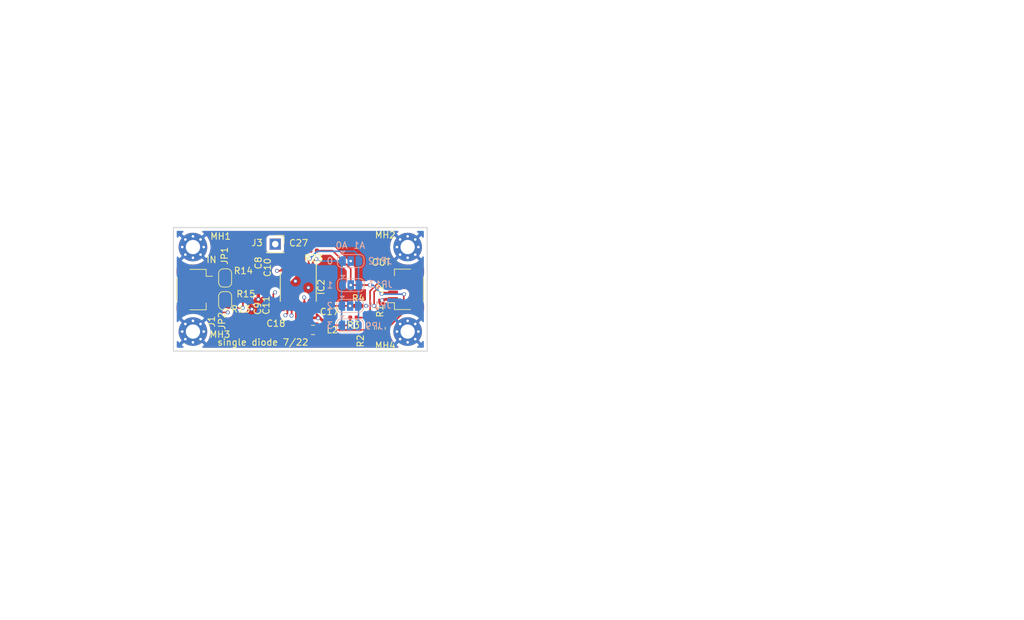
<source format=kicad_pcb>
(kicad_pcb (version 20211014) (generator pcbnew)
  (layers (0 "F.Cu" signal) (1 "In1.Cu" signal) (2 "In2.Cu" power) (31 "B.Cu" power) (34 "B.Paste" user) (35 "F.Paste" user) (36 "B.SilkS" user "B.Silkscreen") (37 "F.SilkS" user "F.Silkscreen") (38 "B.Mask" user) (39 "F.Mask" user) (44 "Edge.Cuts" user))
  (net 0 "")
  (net 1 "GND")
  (net 2 "/Channel1/V+")
  (net 3 "/Channel1/AIN1")
  (net 4 "/Channel1/AIN0")
  (net 5 "/Channel1/V-")
  (net 6 "/Channel1/Vpower")
  (net 7 "VD")
  (net 8 "Net-(C10-Pad1)")
  (net 9 "Net-(C10-Pad2)")
  (net 10 "Net-(C11-Pad2)")
  (net 11 "Net-(C11-Pad1)")
  (net 12 "Net-(C27-Pad2)")
  (net 13 "/Channel1/A1")
  (net 14 "/Channel1/A0")
  (net 15 "/Channel1/~{DRDY}")
  (net 16 "GNDPWR")
  (net 17 "/scl-rx")
  (net 18 "/sda-tx")
  (net 19 "/Channel1/sda")
  (net 20 "/Channel1/scl")
  (footprint "MountingHole:MountingHole_2.2mm_M2_Pad_Via" (layer "F.Cu") (at 103 84)
    (fp_text reference "MH1" (at 4.25 -1.65) (layer "F.SilkS"))
    (fp_text value "MountingHole")
    (pad "1" thru_hole circle locked (at -1.65 0) (size 0.7 0.7) (drill 0.4) (layers *.Cu *.Mask) (net 16 "GNDPWR"))
    (pad "1" thru_hole circle locked (at 0 -1.65) (size 0.7 0.7) (drill 0.4) (layers *.Cu *.Mask) (net 16 "GNDPWR"))
    (pad "1" thru_hole circle locked (at 1.166726 1.166726) (size 0.7 0.7) (drill 0.4) (layers *.Cu *.Mask) (net 16 "GNDPWR"))
    (pad "1" thru_hole circle locked (at 1.166726 -1.166726) (size 0.7 0.7) (drill 0.4) (layers *.Cu *.Mask) (net 16 "GNDPWR"))
    (pad "1" thru_hole circle locked (at 0 0) (size 4.4 4.4) (drill 2.2) (layers *.Cu *.Mask) (net 16 "GNDPWR"))
    (pad "1" thru_hole circle locked (at 1.65 0) (size 0.7 0.7) (drill 0.4) (layers *.Cu *.Mask) (net 16 "GNDPWR"))
    (pad "1" thru_hole circle locked (at -1.166726 -1.166726) (size 0.7 0.7) (drill 0.4) (layers *.Cu *.Mask) (net 16 "GNDPWR"))
    (pad "1" thru_hole circle locked (at -1.166726 1.166726) (size 0.7 0.7) (drill 0.4) (layers *.Cu *.Mask) (net 16 "GNDPWR"))
    (pad "1" thru_hole circle locked (at 0 1.65) (size 0.7 0.7) (drill 0.4) (layers *.Cu *.Mask) (net 16 "GNDPWR"))
  )
  (footprint "MountingHole:MountingHole_2.2mm_M2_Pad_Via" (layer "F.Cu") (at 136 84)
    (fp_text reference "MH2" (at -3.45 -1.85) (layer "F.SilkS"))
    (fp_text value "MountingHole")
    (pad "1" thru_hole circle locked (at 0 0) (size 4.4 4.4) (drill 2.2) (layers *.Cu *.Mask) (net 16 "GNDPWR"))
    (pad "1" thru_hole circle locked (at 1.166726 -1.166726) (size 0.7 0.7) (drill 0.4) (layers *.Cu *.Mask) (net 16 "GNDPWR"))
    (pad "1" thru_hole circle locked (at -1.65 0) (size 0.7 0.7) (drill 0.4) (layers *.Cu *.Mask) (net 16 "GNDPWR"))
    (pad "1" thru_hole circle locked (at 1.65 0) (size 0.7 0.7) (drill 0.4) (layers *.Cu *.Mask) (net 16 "GNDPWR"))
    (pad "1" thru_hole circle locked (at 1.166726 1.166726) (size 0.7 0.7) (drill 0.4) (layers *.Cu *.Mask) (net 16 "GNDPWR"))
    (pad "1" thru_hole circle locked (at 0 -1.65) (size 0.7 0.7) (drill 0.4) (layers *.Cu *.Mask) (net 16 "GNDPWR"))
    (pad "1" thru_hole circle locked (at 0 1.65) (size 0.7 0.7) (drill 0.4) (layers *.Cu *.Mask) (net 16 "GNDPWR"))
    (pad "1" thru_hole circle locked (at -1.166726 1.166726) (size 0.7 0.7) (drill 0.4) (layers *.Cu *.Mask) (net 16 "GNDPWR"))
    (pad "1" thru_hole circle locked (at -1.166726 -1.166726) (size 0.7 0.7) (drill 0.4) (layers *.Cu *.Mask) (net 16 "GNDPWR"))
  )
  (footprint "MountingHole:MountingHole_2.2mm_M2_Pad_Via" (layer "F.Cu") (at 103 97)
    (fp_text reference "MH3" (at 4.15 0.45) (layer "F.SilkS"))
    (fp_text value "MountingHole")
    (pad "1" thru_hole circle locked (at -1.166726 1.166726) (size 0.7 0.7) (drill 0.4) (layers *.Cu *.Mask) (net 16 "GNDPWR"))
    (pad "1" thru_hole circle locked (at 0 0) (size 4.4 4.4) (drill 2.2) (layers *.Cu *.Mask) (net 16 "GNDPWR"))
    (pad "1" thru_hole circle locked (at 1.166726 1.166726) (size 0.7 0.7) (drill 0.4) (layers *.Cu *.Mask) (net 16 "GNDPWR"))
    (pad "1" thru_hole circle locked (at -1.166726 -1.166726) (size 0.7 0.7) (drill 0.4) (layers *.Cu *.Mask) (net 16 "GNDPWR"))
    (pad "1" thru_hole circle locked (at 1.166726 -1.166726) (size 0.7 0.7) (drill 0.4) (layers *.Cu *.Mask) (net 16 "GNDPWR"))
    (pad "1" thru_hole circle locked (at 0 -1.65) (size 0.7 0.7) (drill 0.4) (layers *.Cu *.Mask) (net 16 "GNDPWR"))
    (pad "1" thru_hole circle locked (at 1.65 0) (size 0.7 0.7) (drill 0.4) (layers *.Cu *.Mask) (net 16 "GNDPWR"))
    (pad "1" thru_hole circle locked (at -1.65 0) (size 0.7 0.7) (drill 0.4) (layers *.Cu *.Mask) (net 16 "GNDPWR"))
    (pad "1" thru_hole circle locked (at 0 1.65) (size 0.7 0.7) (drill 0.4) (layers *.Cu *.Mask) (net 16 "GNDPWR"))
  )
  (footprint "MountingHole:MountingHole_2.2mm_M2_Pad_Via" (layer "F.Cu") (at 136 97)
    (fp_text reference "MH4" (at -3.45 2.15) (layer "F.SilkS"))
    (fp_text value "MountingHole")
    (pad "1" thru_hole circle locked (at 0 0) (size 4.4 4.4) (drill 2.2) (layers *.Cu *.Mask) (net 16 "GNDPWR"))
    (pad "1" thru_hole circle locked (at -1.166726 -1.166726) (size 0.7 0.7) (drill 0.4) (layers *.Cu *.Mask) (net 16 "GNDPWR"))
    (pad "1" thru_hole circle locked (at -1.65 0) (size 0.7 0.7) (drill 0.4) (layers *.Cu *.Mask) (net 16 "GNDPWR"))
    (pad "1" thru_hole circle locked (at 1.65 0) (size 0.7 0.7) (drill 0.4) (layers *.Cu *.Mask) (net 16 "GNDPWR"))
    (pad "1" thru_hole circle locked (at 0 -1.65) (size 0.7 0.7) (drill 0.4) (layers *.Cu *.Mask) (net 16 "GNDPWR"))
    (pad "1" thru_hole circle locked (at 1.166726 1.166726) (size 0.7 0.7) (drill 0.4) (layers *.Cu *.Mask) (net 16 "GNDPWR"))
    (pad "1" thru_hole circle locked (at 1.166726 -1.166726) (size 0.7 0.7) (drill 0.4) (layers *.Cu *.Mask) (net 16 "GNDPWR"))
    (pad "1" thru_hole circle locked (at -1.166726 1.166726) (size 0.7 0.7) (drill 0.4) (layers *.Cu *.Mask) (net 16 "GNDPWR"))
    (pad "1" thru_hole circle locked (at 0 1.65) (size 0.7 0.7) (drill 0.4) (layers *.Cu *.Mask) (net 16 "GNDPWR"))
  )
  (footprint "Resistor_SMD:R_0402_1005Metric" (layer "F.Cu") (at 111.168 92.3)
    (fp_text reference "R13" (at -0.818 1.25) (layer "F.SilkS"))
    (fp_text value "10K 0.1%")
    (pad "1" smd roundrect locked (at -0.485 0) (size 0.59 0.64) (layers "F.Cu" "F.Paste" "F.Mask") (net 3 "/Channel1/AIN1"))
    (pad "2" smd roundrect locked (at 0.485 0) (size 0.59 0.64) (layers "F.Cu" "F.Paste" "F.Mask") (net 1 "GND"))
  )
  (footprint "Resistor_SMD:R_0402_1005Metric" (layer "F.Cu") (at 111.165 88.95 180)
    (fp_text reference "R14" (at 0.415 1.3) (layer "F.SilkS"))
    (fp_text value "100K")
    (pad "1" smd roundrect locked (at -0.485 0 180) (size 0.59 0.64) (layers "F.Cu" "F.Paste" "F.Mask") (net 8 "Net-(C10-Pad1)"))
    (pad "2" smd roundrect locked (at 0.485 0 180) (size 0.59 0.64) (layers "F.Cu" "F.Paste" "F.Mask") (net 2 "/Channel1/V+"))
  )
  (footprint "Resistor_SMD:R_0402_1005Metric" (layer "F.Cu") (at 111.15 90.05 180)
    (fp_text reference "R15" (at 0 -1.17) (layer "F.SilkS"))
    (fp_text value "100K")
    (pad "1" smd roundrect locked (at -0.485 0 180) (size 0.59 0.64) (layers "F.Cu" "F.Paste" "F.Mask") (net 9 "Net-(C10-Pad2)"))
    (pad "2" smd roundrect locked (at 0.485 0 180) (size 0.59 0.64) (layers "F.Cu" "F.Paste" "F.Mask") (net 5 "/Channel1/V-"))
  )
  (footprint "Inductor_SMD:L_0805_2012Metric_Pad1.15x1.40mm_HandSolder" (layer "F.Cu") (at 121.45 96.75 180)
    (fp_text reference "L2" (at -2.975 0) (layer "F.SilkS"))
    (fp_text value "MMZ2012Y202B ")
    (fp_line (start -0.261252 -0.71) (end 0.261252 -0.71) (layer "F.SilkS") (width 0.12))
    (fp_line (start -0.261252 0.71) (end 0.261252 0.71) (layer "F.SilkS") (width 0.12))
    (pad "1" smd roundrect locked (at -1.025 0 180) (size 1.15 1.4) (layers "F.Cu" "F.Paste" "F.Mask") (roundrect_rratio 0.2173913043) (net 7 "VD"))
    (pad "2" smd roundrect locked (at 1.025 0 180) (size 1.15 1.4) (layers "F.Cu" "F.Paste" "F.Mask") (roundrect_rratio 0.2173913043) (net 6 "/Channel1/Vpower"))
  )
  (footprint "Capacitor_SMD:C_0402_1005Metric" (layer "F.Cu") (at 113.05 88.45 -90)
    (fp_text reference "C8" (at -2 0 90) (layer "F.SilkS"))
    (fp_text value "100nF")
    (pad "1" smd roundrect locked (at -0.485 0 270) (size 0.59 0.64) (layers "F.Cu" "F.Paste" "F.Mask") (net 1 "GND"))
    (pad "2" smd roundrect locked (at 0.485 0 270) (size 0.59 0.64) (layers "F.Cu" "F.Paste" "F.Mask") (net 8 "Net-(C10-Pad1)"))
  )
  (footprint "Capacitor_SMD:C_0402_1005Metric" (layer "F.Cu") (at 113.05 90.535 -90)
    (fp_text reference "C9" (at 2.915 0.1 90) (layer "F.SilkS"))
    (fp_text value "100nF")
    (pad "1" smd roundrect locked (at -0.485 0 270) (size 0.59 0.64) (layers "F.Cu" "F.Paste" "F.Mask") (net 9 "Net-(C10-Pad2)"))
    (pad "2" smd roundrect locked (at 0.485 0 270) (size 0.59 0.64) (layers "F.Cu" "F.Paste" "F.Mask") (net 1 "GND"))
  )
  (footprint "Capacitor_SMD:C_0402_1005Metric" (layer "F.Cu") (at 114.45 89.475 -90)
    (fp_text reference "C10" (at -2.325 0 90) (layer "F.SilkS"))
    (fp_text value "1uF")
    (pad "1" smd roundrect locked (at -0.485 0 270) (size 0.59 0.64) (layers "F.Cu" "F.Paste" "F.Mask") (net 8 "Net-(C10-Pad1)"))
    (pad "2" smd roundrect locked (at 0.485 0 270) (size 0.59 0.64) (layers "F.Cu" "F.Paste" "F.Mask") (net 9 "Net-(C10-Pad2)"))
  )
  (footprint "Capacitor_SMD:C_0402_1005Metric" (layer "F.Cu") (at 115.35 92.975 90)
    (fp_text reference "C11" (at 0.025 -1.1 90) (layer "F.SilkS"))
    (fp_text value "100nF")
    (pad "1" smd roundrect locked (at -0.485 0 90) (size 0.59 0.64) (layers "F.Cu" "F.Paste" "F.Mask") (net 11 "Net-(C11-Pad1)"))
    (pad "2" smd roundrect locked (at 0.485 0 90) (size 0.59 0.64) (layers "F.Cu" "F.Paste" "F.Mask") (net 10 "Net-(C11-Pad2)"))
  )
  (footprint "Capacitor_SMD:C_0402_1005Metric" (layer "F.Cu") (at 120.65 94.95)
    (fp_text reference "C17" (at 3.325 -1) (layer "F.SilkS"))
    (fp_text value "100nF")
    (pad "1" smd roundrect locked (at -0.485 0) (size 0.59 0.64) (layers "F.Cu" "F.Paste" "F.Mask") (net 7 "VD"))
    (pad "2" smd roundrect locked (at 0.485 0) (size 0.59 0.64) (layers "F.Cu" "F.Paste" "F.Mask") (net 1 "GND"))
  )
  (footprint "Package_SO:TSSOP-16_4.4x5mm_P0.65mm" (layer "F.Cu") (at 119.15 90.15 -90)
    (fp_text reference "IC2" (at 0 -3.55 90) (layer "F.SilkS"))
    (fp_text value "ADS112C04IPWR")
    (fp_line (start -2.2 2.725) (end 2.2 2.725) (layer "F.SilkS") (width 0.15))
    (fp_line (start -3.775 -2.8) (end 2.2 -2.8) (layer "F.SilkS") (width 0.15))
    (pad "1" smd rect locked (at -2.95 -2.275 270) (size 1.5 0.45) (layers "F.Cu" "F.Paste" "F.Mask") (net 14 "/Channel1/A0"))
    (pad "2" smd rect locked (at -2.95 -1.625 270) (size 1.5 0.45) (layers "F.Cu" "F.Paste" "F.Mask") (net 13 "/Channel1/A1"))
    (pad "3" smd rect locked (at -2.95 -0.975 270) (size 1.5 0.45) (layers "F.Cu" "F.Paste" "F.Mask") (net 12 "Net-(C27-Pad2)"))
    (pad "4" smd rect locked (at -2.95 -0.325 270) (size 1.5 0.45) (layers "F.Cu" "F.Paste" "F.Mask") (net 1 "GND"))
    (pad "5" smd rect locked (at -2.95 0.325 270) (size 1.5 0.45) (layers "F.Cu" "F.Paste" "F.Mask") (net 1 "GND"))
    (pad "6" smd rect locked (at -2.95 0.975 270) (size 1.5 0.45) (layers "F.Cu" "F.Paste" "F.Mask") (net 9 "Net-(C10-Pad2)"))
    (pad "7" smd rect locked (at -2.95 1.625 270) (size 1.5 0.45) (layers "F.Cu" "F.Paste" "F.Mask") (net 8 "Net-(C10-Pad1)"))
    (pad "8" smd rect locked (at -2.95 2.275 270) (size 1.5 0.45) (layers "F.Cu" "F.Paste" "F.Mask") (net 10 "Net-(C11-Pad2)"))
    (pad "9" smd rect locked (at 2.95 2.275 270) (size 1.5 0.45) (layers "F.Cu" "F.Paste" "F.Mask") (net 11 "Net-(C11-Pad1)"))
    (pad "10" smd rect locked (at 2.95 1.625 270) (size 1.5 0.45) (layers "F.Cu" "F.Paste" "F.Mask") (net 3 "/Channel1/AIN1"))
    (pad "11" smd rect locked (at 2.95 0.975 270) (size 1.5 0.45) (layers "F.Cu" "F.Paste" "F.Mask") (net 4 "/Channel1/AIN0"))
    (pad "12" smd rect locked (at 2.95 0.325 270) (size 1.5 0.45) (layers "F.Cu" "F.Paste" "F.Mask") (net 6 "/Channel1/Vpower"))
    (pad "13" smd rect locked (at 2.95 -0.325 270) (size 1.5 0.45) (layers "F.Cu" "F.Paste" "F.Mask") (net 7 "VD"))
    (pad "14" smd rect locked (at 2.95 -0.975 270) (size 1.5 0.45) (layers "F.Cu" "F.Paste" "F.Mask") (net 15 "/Channel1/~{DRDY}"))
    (pad "15" smd rect locked (at 2.95 -1.625 270) (size 1.5 0.45) (layers "F.Cu" "F.Paste" "F.Mask") (net 19 "/Channel1/sda"))
    (pad "16" smd rect locked (at 2.95 -2.275 270) (size 1.5 0.45) (layers "F.Cu" "F.Paste" "F.Mask") (net 20 "/Channel1/scl"))
  )
  (footprint "Capacitor_SMD:C_0402_1005Metric" (layer "F.Cu") (at 119.25 84.55)
    (fp_text reference "C27" (at 0 -1.17) (layer "F.SilkS"))
    (fp_text value "100nF")
    (pad "1" smd roundrect locked (at -0.485 0) (size 0.59 0.64) (layers "F.Cu" "F.Paste" "F.Mask") (net 1 "GND"))
    (pad "2" smd roundrect locked (at 0.485 0) (size 0.59 0.64) (layers "F.Cu" "F.Paste" "F.Mask") (net 12 "Net-(C27-Pad2)"))
  )
  (footprint "Resistor_SMD:R_0402_1005Metric" (layer "F.Cu") (at 121.55 84.55 180)
    (fp_text reference "R23" (at 0 -1.17) (layer "F.SilkS"))
    (fp_text value "1K")
    (pad "1" smd roundrect locked (at -0.485 0 180) (size 0.59 0.64) (layers "F.Cu" "F.Paste" "F.Mask") (net 7 "VD"))
    (pad "2" smd roundrect locked (at 0.485 0 180) (size 0.59 0.64) (layers "F.Cu" "F.Paste" "F.Mask") (net 12 "Net-(C27-Pad2)"))
  )
  (footprint "Capacitor_SMD:C_0402_1005Metric" (layer "F.Cu") (at 118.265 95.75)
    (fp_text reference "C18" (at -2.515 0) (layer "F.SilkS"))
    (fp_text value "100nF")
    (pad "1" smd roundrect locked (at -0.485 0) (size 0.59 0.64) (layers "F.Cu" "F.Paste" "F.Mask") (net 1 "GND"))
    (pad "2" smd roundrect locked (at 0.485 0) (size 0.59 0.64) (layers "F.Cu" "F.Paste" "F.Mask") (net 6 "/Channel1/Vpower"))
  )
  (footprint "Connector_JST:JST_SH_SM04B-SRSS-TB_1x04-1MP_P1.00mm_Horizontal" (layer "F.Cu") (at 103.25 90.55 -90)
    (fp_text reference "J1" (at 4.9 -2.6 90) (layer "F.SilkS"))
    (fp_text value "Conn_01x04")
    (fp_line (start -3.11 0.715) (end -3.11 -1.785) (layer "F.SilkS") (width 0.12))
    (fp_line (start -1.94 2.685) (end 1.94 2.685) (layer "F.SilkS") (width 0.12))
    (fp_line (start 3.11 0.715) (end 3.11 -1.785) (layer "F.SilkS") (width 0.12))
    (fp_line (start -3.11 -1.785) (end -2.06 -1.785) (layer "F.SilkS") (width 0.12))
    (fp_line (start 3.11 -1.785) (end 2.06 -1.785) (layer "F.SilkS") (width 0.12))
    (fp_line (start -2.06 -1.785) (end -2.06 -2.775) (layer "F.SilkS") (width 0.12))
    (pad "1" smd roundrect locked (at -1.5 -2 270) (size 0.6 1.55) (layers "F.Cu" "F.Paste" "F.Mask") (net 4 "/Channel1/AIN0"))
    (pad "2" smd roundrect locked (at -0.5 -2 270) (size 0.6 1.55) (layers "F.Cu" "F.Paste" "F.Mask") (net 2 "/Channel1/V+"))
    (pad "3" smd roundrect locked (at 0.5 -2 270) (size 0.6 1.55) (layers "F.Cu" "F.Paste" "F.Mask") (net 5 "/Channel1/V-"))
    (pad "4" smd roundrect locked (at 1.5 -2 270) (size 0.6 1.55) (layers "F.Cu" "F.Paste" "F.Mask") (net 3 "/Channel1/AIN1"))
    (pad "MP" smd roundrect locked (at 2.8 1.875 270) (size 1.2 1.8) (layers "F.Cu" "F.Paste" "F.Mask") (roundrect_rratio 0.2083333333))
    (pad "MP" smd roundrect locked (at -2.8 1.875 270) (size 1.2 1.8) (layers "F.Cu" "F.Paste" "F.Mask") (roundrect_rratio 0.2083333333))
  )
  (footprint "Jumper:SolderJumper-2_P1.3mm_Open_RoundedPad1.0x1.5mm" (layer "F.Cu") (at 107.95 88.75 -90)
    (fp_text reference "JP1" (at -3.4 0.1 90) (layer "F.SilkS"))
    (fp_text value "Jumper_NO_Small")
    (fp_line (start 1.4 -0.3) (end 1.4 0.3) (layer "F.SilkS") (width 0.12))
    (fp_line (start 0.7 1) (end -0.7 1) (layer "F.SilkS") (width 0.12))
    (fp_line (start -0.7 -1) (end 0.7 -1) (layer "F.SilkS") (width 0.12))
    (fp_line (start -1.4 0.3) (end -1.4 -0.3) (layer "F.SilkS") (width 0.12))
    (fp_arc (start 1.4 0.3) (mid 1.194975 0.794975) (end 0.7 1) (layer "F.SilkS") (width 0.12))
    (fp_arc (start -0.7 1) (mid -1.194975 0.794975) (end -1.4 0.3) (layer "F.SilkS") (width 0.12))
    (fp_arc (start 0.7 -1) (mid 1.194975 -0.794975) (end 1.4 -0.3) (layer "F.SilkS") (width 0.12))
    (fp_arc (start -1.4 -0.3) (mid -1.194975 -0.794975) (end -0.7 -1) (layer "F.SilkS") (width 0.12))
    (pad "1" smd custom locked (at -0.65 0 270) (size 1 0.5) (layers "F.Cu" "F.Mask") (net 4 "/Channel1/AIN0") (options (clearance outline) (anchor rect)) (primitives (gr_circle (center 0 0.25) (end 0.5 0.25) (width 0) (fill yes)) (gr_circle (center 0 -0.25) (end 0.5 -0.25) (width 0) (fill yes)) (gr_poly (pts (xy 0 -0.75) (xy 0.5 -0.75) (xy 0.5 0.75) (xy 0 0.75)) (width 0) (fill yes))))
    (pad "2" smd custom locked (at 0.65 0 270) (size 1 0.5) (layers "F.Cu" "F.Mask") (net 2 "/Channel1/V+") (options (clearance outline) (anchor rect)) (primitives (gr_circle (center 0 0.25) (end 0.5 0.25) (width 0) (fill yes)) (gr_circle (center 0 -0.25) (end 0.5 -0.25) (width 0) (fill yes)) (gr_poly (pts (xy 0 -0.75) (xy -0.5 -0.75) (xy -0.5 0.75) (xy 0 0.75)) (width 0) (fill yes))))
  )
  (footprint "Jumper:SolderJumper-2_P1.3mm_Open_RoundedPad1.0x1.5mm" (layer "F.Cu") (at 107.95 92.25 -90)
    (fp_text reference "JP2" (at 3.1 0.5 90) (layer "F.SilkS"))
    (fp_text value "Jumper_NO_Small")
    (fp_line (start 1.4 -0.3) (end 1.4 0.3) (layer "F.SilkS") (width 0.12))
    (fp_line (start -1.4 0.3) (end -1.4 -0.3) (layer "F.SilkS") (width 0.12))
    (fp_line (start 0.7 1) (end -0.7 1) (layer "F.SilkS") (width 0.12))
    (fp_line (start -0.7 -1) (end 0.7 -1) (layer "F.SilkS") (width 0.12))
    (fp_arc (start 1.4 0.3) (mid 1.194975 0.794975) (end 0.7 1) (layer "F.SilkS") (width 0.12))
    (fp_arc (start -0.7 1) (mid -1.194975 0.794975) (end -1.4 0.3) (layer "F.SilkS") (width 0.12))
    (fp_arc (start -1.4 -0.3) (mid -1.194975 -0.794975) (end -0.7 -1) (layer "F.SilkS") (width 0.12))
    (fp_arc (start 0.7 -1) (mid 1.194975 -0.794975) (end 1.4 -0.3) (layer "F.SilkS") (width 0.12))
    (pad "1" smd custom locked (at -0.65 0 270) (size 1 0.5) (layers "F.Cu" "F.Mask") (net 5 "/Channel1/V-") (options (clearance outline) (anchor rect)) (primitives (gr_circle (center 0 0.25) (end 0.5 0.25) (width 0) (fill yes)) (gr_circle (center 0 -0.25) (end 0.5 -0.25) (width 0) (fill yes)) (gr_poly (pts (xy 0 -0.75) (xy 0.5 -0.75) (xy 0.5 0.75) (xy 0 0.75)) (width 0) (fill yes))))
    (pad "2" smd custom locked (at 0.65 0 270) (size 1 0.5) (layers "F.Cu" "F.Mask") (net 3 "/Channel1/AIN1") (options (clearance outline) (anchor rect)) (primitives (gr_circle (center 0 0.25) (end 0.5 0.25) (width 0) (fill yes)) (gr_circle (center 0 -0.25) (end 0.5 -0.25) (width 0) (fill yes)) (gr_poly (pts (xy 0 -0.75) (xy -0.5 -0.75) (xy -0.5 0.75) (xy 0 0.75)) (width 0) (fill yes))))
  )
  (footprint "Resistor_SMD:R_0603_1608Metric_Pad1.05x0.95mm_HandSolder" (layer "F.Cu") (at 132.05 96.5 90)
    (fp_text reference "R1" (at 2.65 -0.3 90) (layer "F.SilkS"))
    (fp_text value "10K")
    (fp_line (start -0.171267 -0.51) (end 0.171267 -0.51) (layer "F.SilkS") (width 0.12))
    (fp_line (start -0.171267 0.51) (end 0.171267 0.51) (layer "F.SilkS") (width 0.12))
    (pad "1" smd roundrect locked (at -0.875 0 90) (size 1.05 0.95) (layers "F.Cu" "F.Paste" "F.Mask") (net 7 "VD"))
    (pad "2" smd roundrect locked (at 0.875 0 90) (size 1.05 0.95) (layers "F.Cu" "F.Paste" "F.Mask") (net 18 "/sda-tx"))
  )
  (footprint "Resistor_SMD:R_0603_1608Metric_Pad1.05x0.95mm_HandSolder" (layer "F.Cu") (at 130.4 96.5 90)
    (fp_text reference "R2" (at -1.95 -1.65 90) (layer "F.SilkS"))
    (fp_text value "10K")
    (fp_line (start -0.171267 -0.51) (end 0.171267 -0.51) (layer "F.SilkS") (width 0.12))
    (fp_line (start -0.171267 0.51) (end 0.171267 0.51) (layer "F.SilkS") (width 0.12))
    (pad "1" smd roundrect locked (at -0.875 0 90) (size 1.05 0.95) (layers "F.Cu" "F.Paste" "F.Mask") (net 7 "VD"))
    (pad "2" smd roundrect locked (at 0.875 0 90) (size 1.05 0.95) (layers "F.Cu" "F.Paste" "F.Mask") (net 17 "/scl-rx"))
  )
  (footprint "Connector_JST:JST_SH_SM04B-SRSS-TB_1x04-1MP_P1.00mm_Horizontal" (layer "F.Cu") (at 135.75 90.5 90)
    (fp_text reference "J2" (at 0 -3.98 90) (layer "F.SilkS"))
    (fp_text value "JST_SH_Conn_01x04_i2c_horizontal")
    (fp_line (start 3.11 0.715) (end 3.11 -1.785) (layer "F.SilkS") (width 0.12))
    (fp_line (start -3.11 0.715) (end -3.11 -1.785) (layer "F.SilkS") (width 0.12))
    (fp_line (start -3.11 -1.785) (end -2.06 -1.785) (layer "F.SilkS") (width 0.12))
    (fp_line (start 3.11 -1.785) (end 2.06 -1.785) (layer "F.SilkS") (width 0.12))
    (fp_line (start -1.94 2.685) (end 1.94 2.685) (layer "F.SilkS") (width 0.12))
    (fp_line (start -2.06 -1.785) (end -2.06 -2.775) (layer "F.SilkS") (width 0.12))
    (pad "1" smd roundrect locked (at -1.5 -2 90) (size 0.6 1.55) (layers "F.Cu" "F.Paste" "F.Mask") (net 1 "GND"))
    (pad "2" smd roundrect locked (at -0.5 -2 90) (size 0.6 1.55) (layers "F.Cu" "F.Paste" "F.Mask") (net 7 "VD"))
    (pad "3" smd roundrect locked (at 0.5 -2 90) (size 0.6 1.55) (layers "F.Cu" "F.Paste" "F.Mask") (net 18 "/sda-tx"))
    (pad "4" smd roundrect locked (at 1.5 -2 90) (size 0.6 1.55) (layers "F.Cu" "F.Paste" "F.Mask") (net 17 "/scl-rx"))
    (pad "MP" smd roundrect locked (at 2.8 1.875 90) (size 1.2 1.8) (layers "F.Cu" "F.Paste" "F.Mask") (roundrect_rratio 0.2083333333))
    (pad "MP" smd roundrect locked (at -2.8 1.875 90) (size 1.2 1.8) (layers "F.Cu" "F.Paste" "F.Mask") (roundrect_rratio 0.2083333333))
  )
  (footprint "Connector_PinSocket_2.54mm:PinSocket_1x01_P2.54mm_Vertical" (layer "F.Cu") (at 115.65 83.55)
    (fp_text reference "J3" (at -2.8 -0.2) (layer "F.SilkS"))
    (fp_text value "Conn_01x01_Female")
    (fp_line (start 0 -1.33) (end 1.33 -1.33) (layer "F.SilkS") (width 0.12))
    (fp_line (start -1.33 1.21) (end -1.33 1.33) (layer "F.SilkS") (width 0.12))
    (fp_line (start 1.33 -1.33) (end 1.33 0) (layer "F.SilkS") (width 0.12))
    (fp_line (start 1.33 1.21) (end 1.33 1.33) (layer "F.SilkS") (width 0.12))
    (fp_line (start -1.33 1.33) (end 1.33 1.33) (layer "F.SilkS") (width 0.12))
    (pad "1" thru_hole rect locked (at 0 0) (size 1.7 1.7) (drill 1) (layers *.Cu *.Mask) (net 15 "/Channel1/~{DRDY}"))
  )
  (footprint "Resistor_SMD:R_0402_1005Metric" (layer "F.Cu") (at 127.665 94.85 180)
    (fp_text reference "R3" (at 0 -1.17) (layer "F.SilkS"))
    (fp_text value "47")
    (pad "1" smd roundrect locked (at -0.485 0 180) (size 0.59 0.64) (layers "F.Cu" "F.Paste" "F.Mask") (net 17 "/scl-rx"))
    (pad "2" smd roundrect locked (at 0.485 0 180) (size 0.59 0.64) (layers "F.Cu" "F.Paste" "F.Mask") (net 20 "/Channel1/scl"))
  )
  (footprint "Resistor_SMD:R_0402_1005Metric" (layer "F.Cu") (at 128.415 93.05)
    (fp_text reference "R4" (at 0 -1.17) (layer "F.SilkS"))
    (fp_text value "47")
    (pad "1" smd roundrect locked (at -0.485 0) (size 0.59 0.64) (layers "F.Cu" "F.Paste" "F.Mask") (net 19 "/Channel1/sda"))
    (pad "2" smd roundrect locked (at 0.485 0) (size 0.59 0.64) (layers "F.Cu" "F.Paste" "F.Mask") (net 18 "/sda-tx"))
  )
  (footprint "Jumper:SolderJumper-3_P1.3mm_Open_RoundedPad1.0x1.5mm" (layer "B.Cu") (at 127.25 86.15)
    (fp_text reference "JP12" (at 4.5 0) (layer "B.SilkS") (effects (justify mirror)))
    (fp_text value "Jumper_3_Open")
    (fp_line (start -1.5 -1.5) (end -0.9 -1.5) (layer "B.SilkS") (width 0.12))
    (fp_line (start -1.2 -1.2) (end -1.5 -1.5) (layer "B.SilkS") (width 0.12))
    (fp_line (start 2.05 0.3) (end 2.05 -0.3) (layer "B.SilkS") (width 0.12))
    (fp_line (start -1.2 -1.2) (end -0.9 -1.5) (layer "B.SilkS") (width 0.12))
    (fp_line (start -1.4 1) (end 1.4 1) (layer "B.SilkS") (width 0.12))
    (fp_line (start -2.05 -0.3) (end -2.05 0.3) (layer "B.SilkS") (width 0.12))
    (fp_line (start 1.4 -1) (end -1.4 -1) (layer "B.SilkS") (width 0.12))
    (fp_arc (start 1.35 -1) (mid 1.844975 -0.794975) (end 2.05 -0.3) (layer "B.SilkS") (width 0.12))
    (fp_arc (start -2.05 -0.3) (mid -1.844975 -0.794975) (end -1.35 -1) (layer "B.SilkS") (width 0.12))
    (fp_arc (start -1.35 1) (mid -1.844975 0.794975) (end -2.05 0.3) (layer "B.SilkS") (width 0.12))
    (fp_arc (start 2.05 0.3) (mid 1.844975 0.794975) (end 1.35 1) (layer "B.SilkS") (width 0.12))
    (pad "1" smd custom locked (at -1.3 0) (size 1 0.5) (layers "B.Cu" "B.Mask") (net 14 "/Channel1/A0") (options (clearance outline) (anchor rect)) (primitives (gr_circle (center 0 -0.25) (end 0.5 -0.25) (width 0) (fill yes)) (gr_circle (center 0 0.25) (end 0.5 0.25) (width 0) (fill yes)) (gr_poly (pts (xy 0.55 0.75) (xy 0 0.75) (xy 0 -0.75) (xy 0.55 -0.75)) (width 0) (fill yes))))
    (pad "2" smd rect locked (at 0 0) (size 1 1.5) (layers "B.Cu" "B.Mask") (net 1 "GND"))
    (pad "3" smd custom locked (at 1.3 0) (size 1 0.5) (layers "B.Cu" "B.Mask") (net 13 "/Channel1/A1") (options (clearance outline) (anchor rect)) (primitives (gr_circle (center 0 -0.25) (end 0.5 -0.25) (width 0) (fill yes)) (gr_circle (center 0 0.25) (end 0.5 0.25) (width 0) (fill yes)) (gr_poly (pts (xy -0.55 0.75) (xy 0 0.75) (xy 0 -0.75) (xy -0.55 -0.75)) (width 0) (fill yes))))
  )
  (footprint "Jumper:SolderJumper-3_P1.3mm_Open_RoundedPad1.0x1.5mm" (layer "B.Cu") (at 127.25 89.85)
    (fp_text reference "JP13" (at 4.6 -0.1) (layer "B.SilkS") (effects (justify mirror)))
    (fp_text value "Jumper_3_Open")
    (fp_line (start -1.2 -1.2) (end -1.5 -1.5) (layer "B.SilkS") (width 0.12))
    (fp_line (start -1.4 1) (end 1.4 1) (layer "B.SilkS") (width 0.12))
    (fp_line (start 1.4 -1) (end -1.4 -1) (layer "B.SilkS") (width 0.12))
    (fp_line (start -1.5 -1.5) (end -0.9 -1.5) (layer "B.SilkS") (width 0.12))
    (fp_line (start -1.2 -1.2) (end -0.9 -1.5) (layer "B.SilkS") (width 0.12))
    (fp_line (start -2.05 -0.3) (end -2.05 0.3) (layer "B.SilkS") (width 0.12))
    (fp_line (start 2.05 0.3) (end 2.05 -0.3) (layer "B.SilkS") (width 0.12))
    (fp_arc (start 1.35 -1) (mid 1.844975 -0.794975) (end 2.05 -0.3) (layer "B.SilkS") (width 0.12))
    (fp_arc (start -2.05 -0.3) (mid -1.844975 -0.794975) (end -1.35 -1) (layer "B.SilkS") (width 0.12))
    (fp_arc (start 2.05 0.3) (mid 1.844975 0.794975) (end 1.35 1) (layer "B.SilkS") (width 0.12))
    (fp_arc (start -1.35 1) (mid -1.844975 0.794975) (end -2.05 0.3) (layer "B.SilkS") (width 0.12))
    (pad "1" smd custom locked (at -1.3 0) (size 1 0.5) (layers "B.Cu" "B.Mask") (net 14 "/Channel1/A0") (options (clearance outline) (anchor rect)) (primitives (gr_circle (center 0 -0.25) (end 0.5 -0.25) (width 0) (fill yes)) (gr_circle (center 0 0.25) (end 0.5 0.25) (width 0) (fill yes)) (gr_poly (pts (xy 0.55 0.75) (xy 0 0.75) (xy 0 -0.75) (xy 0.55 -0.75)) (width 0) (fill yes))))
    (pad "2" smd rect locked (at 0 0) (size 1 1.5) (layers "B.Cu" "B.Mask") (net 7 "VD"))
    (pad "3" smd custom locked (at 1.3 0) (size 1 0.5) (layers "B.Cu" "B.Mask") (net 13 "/Channel1/A1") (options (clearance outline) (anchor rect)) (primitives (gr_circle (center 0 -0.25) (end 0.5 -0.25) (width 0) (fill yes)) (gr_circle (center 0 0.25) (end 0.5 0.25) (width 0) (fill yes)) (gr_poly (pts (xy -0.55 0.75) (xy 0 0.75) (xy 0 -0.75) (xy -0.55 -0.75)) (width 0) (fill yes))))
  )
  (footprint "Jumper:SolderJumper-3_P1.3mm_Open_RoundedPad1.0x1.5mm" (layer "B.Cu") (at 127.15 93.05)
    (fp_text reference "JP14" (at 4.5 -0.1) (layer "B.SilkS") (effects (justify mirror)))
    (fp_text value "Jumper_3_Open")
    (fp_line (start -1.4 1) (end 1.4 1) (layer "B.SilkS") (width 0.12))
    (fp_line (start -1.5 -1.5) (end -0.9 -1.5) (layer "B.SilkS") (width 0.12))
    (fp_line (start -1.2 -1.2) (end -1.5 -1.5) (layer "B.SilkS") (width 0.12))
    (fp_line (start -2.05 -0.3) (end -2.05 0.3) (layer "B.SilkS") (width 0.12))
    (fp_line (start 1.4 -1) (end -1.4 -1) (layer "B.SilkS") (width 0.12))
    (fp_line (start 2.05 0.3) (end 2.05 -0.3) (layer "B.SilkS") (width 0.12))
    (fp_line (start -1.2 -1.2) (end -0.9 -1.5) (layer "B.SilkS") (width 0.12))
    (fp_arc (start -2.05 -0.3) (mid -1.844975 -0.794975) (end -1.35 -1) (layer "B.SilkS") (width 0.12))
    (fp_arc (start 1.35 -1) (mid 1.844975 -0.794975) (end 2.05 -0.3) (layer "B.SilkS") (width 0.12))
    (fp_arc (start 2.05 0.3) (mid 1.844975 0.794975) (end 1.35 1) (layer "B.SilkS") (width 0.12))
    (fp_arc (start -1.35 1) (mid -1.844975 0.794975) (end -2.05 0.3) (layer "B.SilkS") (width 0.12))
    (pad "1" smd custom locked (at -1.3 0) (size 1 0.5) (layers "B.Cu" "B.Mask") (net 14 "/Channel1/A0") (options (clearance outline) (anchor rect)) (primitives (gr_circle (center 0 -0.25) (end 0.5 -0.25) (width 0) (fill yes)) (gr_circle (center 0 0.25) (end 0.5 0.25) (width 0) (fill yes)) (gr_poly (pts (xy 0.55 0.75) (xy 0 0.75) (xy 0 -0.75) (xy 0.55 -0.75)) (width 0) (fill yes))))
    (pad "2" smd rect locked (at 0 0) (size 1 1.5) (layers "B.Cu" "B.Mask") (net 19 "/Channel1/sda"))
    (pad "3" smd custom locked (at 1.3 0) (size 1 0.5) (layers "B.Cu" "B.Mask") (net 13 "/Channel1/A1") (options (clearance outline) (anchor rect)) (primitives (gr_circle (center 0 -0.25) (end 0.5 -0.25) (width 0) (fill yes)) (gr_circle (center 0 0.25) (end 0.5 0.25) (width 0) (fill yes)) (gr_poly (pts (xy -0.55 0.75) (xy 0 0.75) (xy 0 -0.75) (xy -0.55 -0.75)) (width 0) (fill yes))))
  )
  (footprint "Jumper:SolderJumper-3_P1.3mm_Open_RoundedPad1.0x1.5mm" (layer "B.Cu") (at 127.15 96.05)
    (fp_text reference "JP9" (at 3.7 0.1) (layer "B.SilkS") (effects (justify mirror)))
    (fp_text value "Jumper_3_Open")
    (fp_line (start -1.2 -1.2) (end -1.5 -1.5) (layer "B.SilkS") (width 0.12))
    (fp_line (start 2.05 0.3) (end 2.05 -0.3) (layer "B.SilkS") (width 0.12))
    (fp_line (start -1.4 1) (end 1.4 1) (layer "B.SilkS") (width 0.12))
    (fp_line (start -1.2 -1.2) (end -0.9 -1.5) (layer "B.SilkS") (width 0.12))
    (fp_line (start 1.4 -1) (end -1.4 -1) (layer "B.SilkS") (width 0.12))
    (fp_line (start -2.05 -0.3) (end -2.05 0.3) (layer "B.SilkS") (width 0.12))
    (fp_line (start -1.5 -1.5) (end -0.9 -1.5) (layer "B.SilkS") (width 0.12))
    (fp_arc (start -2.05 -0.3) (mid -1.844975 -0.794975) (end -1.35 -1) (layer "B.SilkS") (width 0.12))
    (fp_arc (start 2.05 0.3) (mid 1.844975 0.794975) (end 1.35 1) (layer "B.SilkS") (width 0.12))
    (fp_arc (start -1.35 1) (mid -1.844975 0.794975) (end -2.05 0.3) (layer "B.SilkS") (width 0.12))
    (fp_arc (start 1.35 -1) (mid 1.844975 -0.794975) (end 2.05 -0.3) (layer "B.SilkS") (width 0.12))
    (pad "1" smd custom locked (at -1.3 0) (size 1 0.5) (layers "B.Cu" "B.Mask") (net 14 "/Channel1/A0") (options (clearance outline) (anchor rect)) (primitives (gr_circle (center 0 -0.25) (end 0.5 -0.25) (width 0) (fill yes)) (gr_circle (center 0 0.25) (end 0.5 0.25) (width 0) (fill yes)) (gr_poly (pts (xy 0.55 0.75) (xy 0 0.75) (xy 0 -0.75) (xy 0.55 -0.75)) (width 0) (fill yes))))
    (pad "2" smd rect locked (at 0 0) (size 1 1.5) (layers "B.Cu" "B.Mask") (net 20 "/Channel1/scl"))
    (pad "3" smd custom locked (at 1.3 0) (size 1 0.5) (layers "B.Cu" "B.Mask") (net 13 "/Channel1/A1") (options (clearance outline) (anchor rect)) (primitives (gr_circle (center 0 -0.25) (end 0.5 -0.25) (width 0) (fill yes)) (gr_circle (center 0 0.25) (end 0.5 0.25) (width 0) (fill yes)) (gr_poly (pts (xy -0.55 0.75) (xy 0 0.75) (xy 0 -0.75) (xy -0.55 -0.75)) (width 0) (fill yes))))
  )
  (gr_line (start 100 81) (end 139 81) (layer "Edge.Cuts") (width 0.15))
  (gr_line (start 100 100) (end 100 81) (layer "Edge.Cuts") (width 0.15))
  (gr_line (start 139 81) (end 139 100) (layer "Edge.Cuts") (width 0.15))
  (gr_line (start 139 100) (end 100 100) (layer "Edge.Cuts") (width 0.15))
  (gr_text "3" (at 124.05 96.05) (layer "B.SilkS") (effects (font (size 1 1)) (justify mirror)))
  (gr_text "1\n" (at 124.05 89.85) (layer "B.SilkS") (effects (font (size 1 1)) (justify mirror)))
  (gr_text "A1" (at 128.55 83.75) (layer "B.SilkS") (effects (font (size 1 1)) (justify mirror)))
  (gr_text "0" (at 124.05 86.15) (layer "B.SilkS") (effects (font (size 1 1)) (justify mirror)))
  (gr_text "A0" (at 125.85 83.75) (layer "B.SilkS") (effects (font (size 1 1)) (justify mirror)))
  (gr_text "2" (at 124.05 93.05) (layer "B.SilkS") (effects (font (size 1 1)) (justify mirror)))
  (gr_text "IN" (at 105.85 85.95) (layer "F.SilkS") (effects (font (size 1 1))))
  (gr_text "single diode 7/22" (at 113.75 98.65) (layer "F.SilkS") (effects (font (size 1 1))))
  (gr_text "OUT" (at 131.95 86.35) (layer "F.SilkS") (effects (font (size 1 1))))
  (segment (start 133.75 92) (end 132.25 92) (width 0.25) (layer "F.Cu") (net 1))
  (segment (start 119.35 85.825) (end 119.475 85.95) (width 0.25) (layer "F.Cu") (net 1))
  (segment (start 113.05 91.02) (end 113.05 92.05) (width 0.25) (layer "F.Cu") (net 1))
  (segment (start 118.8 85.925) (end 118.9 85.825) (width 0.25) (layer "F.Cu") (net 1))
  (segment (start 118.9 85.825) (end 118.765 85.69) (width 0.25) (layer "F.Cu") (net 1))
  (segment (start 112.043 93.543) (end 112.05 93.55) (width 0.25) (layer "F.Cu") (net 1))
  (segment (start 119.475 85.95) (end 119.475 87.2) (width 0.25) (layer "F.Cu") (net 1))
  (segment (start 129.95 88.85) (end 127.25 86.15) (width 0.25) (layer "F.Cu") (net 1))
  (segment (start 118.825 86.2) (end 118.8 86.175) (width 0.25) (layer "F.Cu") (net 1))
  (segment (start 132.25 92) (end 132.05 92.2) (width 0.25) (layer "F.Cu") (net 1))
  (segment (start 118.825 87.2) (end 118.825 86.2) (width 0.25) (layer "F.Cu") (net 1))
  (segment (start 118.765 85.69) (end 118.765 84.55) (width 0.25) (layer "F.Cu") (net 1))
  (segment (start 112.043 92.3) (end 112.043 93.543) (width 0.25) (layer "F.Cu") (net 1))
  (segment (start 118.9 85.825) (end 119.35 85.825) (width 0.25) (layer "F.Cu") (net 1))
  (segment (start 111.75 92.593) (end 112.043 92.3) (width 0.25) (layer "F.Cu") (net 1))
  (segment (start 118.8 86.175) (end 118.8 85.925) (width 0.25) (layer "F.Cu") (net 1))
  (segment (start 132.1 92.25) (end 132.05 92.2) (width 0.25) (layer "F.Cu") (net 1))
  (segment (start 122.25 94.95) (end 121.135 94.95) (width 0.25) (layer "F.Cu") (net 1))
  (via (at 127.25 86.15) (size 0.6) (drill 0.4) (layers "F.Cu" "B.Cu") (net 1))
  (via (at 120.75 90.25) (size 0.6) (drill 0.4) (layers "F.Cu" "B.Cu") (net 1))
  (via (at 112.05 93.55) (size 0.6) (drill 0.4) (layers "F.Cu" "B.Cu") (net 1))
  (via (at 132.05 92.2) (size 0.6) (drill 0.4) (layers "F.Cu" "B.Cu") (net 1))
  (via (at 118.75 89.25) (size 0.6) (drill 0.4) (layers "F.Cu" "B.Cu") (net 1))
  (via (at 122.25 94.95) (size 0.6) (drill 0.4) (layers "F.Cu" "B.Cu") (net 1))
  (via (at 113.05 92.05) (size 0.6) (drill 0.4) (layers "F.Cu" "B.Cu") (net 1))
  (segment (start 109.1 89.4) (end 109.55 88.95) (width 0.25) (layer "F.Cu") (net 2))
  (segment (start 107.95 89.4) (end 109.1 89.4) (width 0.25) (layer "F.Cu") (net 2))
  (segment (start 107.3 90.05) (end 107.95 89.4) (width 0.25) (layer "F.Cu") (net 2))
  (segment (start 109.55 88.95) (end 110.68 88.95) (width 0.25) (layer "F.Cu") (net 2))
  (segment (start 105.25 90.05) (end 107.3 90.05) (width 0.25) (layer "F.Cu") (net 2))
  (segment (start 110.683 92.3) (end 110.683 93.317) (width 0.25) (layer "F.Cu") (net 3))
  (segment (start 110.65 93.35) (end 108.4 93.35) (width 0.25) (layer "F.Cu") (net 3))
  (segment (start 108.4 93.35) (end 107.95 92.9) (width 0.25) (layer "F.Cu") (net 3))
  (segment (start 117.525 94.178616) (end 117.201808 94.501808) (width 0.25) (layer "F.Cu") (net 3))
  (segment (start 105.25 92.05) (end 106.1 92.9) (width 0.25) (layer "F.Cu") (net 3))
  (segment (start 117.525 93.1) (end 117.525 94.178616) (width 0.25) (layer "F.Cu") (net 3))
  (segment (start 110.683 93.317) (end 110.65 93.35) (width 0.25) (layer "F.Cu") (net 3))
  (segment (start 106.1 92.9) (end 107.95 92.9) (width 0.25) (layer "F.Cu") (net 3))
  (via (at 117.201808 94.501808) (size 0.6) (drill 0.4) (layers "F.Cu" "B.Cu") (net 3))
  (via (at 110.65 93.35) (size 0.6) (drill 0.4) (layers "F.Cu" "B.Cu") (net 3))
  (segment (start 103.45 92.75) (end 103.45 90.075) (width 0.25) (layer "F.Cu") (net 4))
  (segment (start 104.475 89.05) (end 105.25 89.05) (width 0.25) (layer "F.Cu") (net 4))
  (segment (start 107.202408 88.1) (end 107.95 88.1) (width 0.25) (layer "F.Cu") (net 4))
  (segment (start 104.75 94.05) (end 103.45 92.75) (width 0.25) (layer "F.Cu") (net 4))
  (segment (start 118.175 93.1) (end 118.175 94.525) (width 0.25) (layer "F.Cu") (net 4))
  (segment (start 106.975 88.1) (end 107.202408 88.1) (width 0.25) (layer "F.Cu") (net 4))
  (segment (start 108.35 94.05) (end 104.75 94.05) (width 0.25) (layer "F.Cu") (net 4))
  (segment (start 106.025 89.05) (end 106.975 88.1) (width 0.25) (layer "F.Cu") (net 4))
  (segment (start 105.25 89.05) (end 106.025 89.05) (width 0.25) (layer "F.Cu") (net 4))
  (segment (start 103.45 90.075) (end 104.475 89.05) (width 0.25) (layer "F.Cu") (net 4))
  (segment (start 118.175 94.525) (end 118.15 94.55) (width 0.25) (layer "F.Cu") (net 4))
  (via (at 108.35 94.05) (size 0.6) (drill 0.4) (layers "F.Cu" "B.Cu") (net 4))
  (via (at 118.15 94.55) (size 0.6) (drill 0.4) (layers "F.Cu" "B.Cu") (net 4))
  (segment (start 107.95 91.6) (end 109.5 90.05) (width 0.25) (layer "F.Cu") (net 5))
  (segment (start 107.4 91.05) (end 107.95 91.6) (width 0.25) (layer "F.Cu") (net 5))
  (segment (start 105.25 91.05) (end 107.4 91.05) (width 0.25) (layer "F.Cu") (net 5))
  (segment (start 109.5 90.05) (end 110.665 90.05) (width 0.25) (layer "F.Cu") (net 5))
  (segment (start 118.825 93.1) (end 118.825 95.675) (width 0.25) (layer "F.Cu") (net 6))
  (segment (start 120.425 96.75) (end 119.75 96.75) (width 0.25) (layer "F.Cu") (net 6))
  (segment (start 119.75 96.75) (end 118.75 95.75) (width 0.25) (layer "F.Cu") (net 6))
  (segment (start 122.475 96.05) (end 122.475 96.75) (width 0.25) (layer "F.Cu") (net 7))
  (segment (start 122.14999 95.72499) (end 122.475 96.05) (width 0.25) (layer "F.Cu") (net 7))
  (segment (start 127.25 89.85) (end 127.25 87.34) (width 0.25) (layer "F.Cu") (net 7))
  (segment (start 122.035 84.55) (end 124.46 84.55) (width 0.25) (layer "F.Cu") (net 7))
  (segment (start 120.165 95.27) (end 120.61999 95.72499) (width 0.25) (layer "F.Cu") (net 7))
  (segment (start 132.05 97.375) (end 132.05 96.85) (width 0.25) (layer "F.Cu") (net 7))
  (segment (start 127.25 89.85) (end 130.2 89.85) (width 0.25) (layer "F.Cu") (net 7))
  (segment (start 133.75 91) (end 132.2 91) (width 0.25) (layer "F.Cu") (net 7))
  (segment (start 135.4 94.025) (end 135.4 91.3) (width 0.25) (layer "F.Cu") (net 7))
  (segment (start 120.61999 95.72499) (end 122.14999 95.72499) (width 0.25) (layer "F.Cu") (net 7))
  (segment (start 132.2 91) (end 132 91.2) (width 0.25) (layer "F.Cu") (net 7))
  (segment (start 132 91.2) (end 133.7 91.2) (width 0.25) (layer "F.Cu") (net 7))
  (segment (start 122.475 96.75) (end 130.4 96.75) (width 0.25) (layer "F.Cu") (net 7))
  (segment (start 119.475 93.1) (end 119.475 94.26) (width 0.25) (layer "F.Cu") (net 7))
  (segment (start 135.4 91.3) (end 135.45 91.25) (width 0.25) (layer "F.Cu") (net 7))
  (segment (start 132.05 97.375) (end 135.4 94.025) (width 0.25) (layer "F.Cu") (net 7))
  (segment (start 119.475 94.26) (end 120.165 94.95) (width 0.25) (layer "F.Cu") (net 7))
  (segment (start 120.165 94.95) (end 120.165 95.27) (width 0.25) (layer "F.Cu") (net 7))
  (segment (start 132.05 96.85) (end 131.95 96.75) (width 0.25) (layer "F.Cu") (net 7))
  (segment (start 130.4 96.75) (end 131.95 96.75) (width 0.25) (layer "F.Cu") (net 7))
  (segment (start 130.4 97.375) (end 130.4 96.75) (width 0.25) (layer "F.Cu") (net 7))
  (segment (start 124.46 84.55) (end 127.25 87.34) (width 0.25) (layer "F.Cu") (net 7))
  (via (at 132 91.2) (size 0.6) (drill 0.4) (layers "F.Cu" "B.Cu") (net 7))
  (via (at 127.25 89.85) (size 0.6) (drill 0.4) (layers "F.Cu" "B.Cu") (net 7))
  (via (at 135.45 91.25) (size 0.6) (drill 0.4) (layers "F.Cu" "B.Cu") (net 7))
  (via (at 130.2 89.85) (size 0.6) (drill 0.4) (layers "F.Cu" "B.Cu") (net 7))
  (segment (start 130.65 89.85) (end 132 91.2) (width 0.25) (layer "B.Cu") (net 7))
  (segment (start 132.05 91.25) (end 132 91.2) (width 0.25) (layer "B.Cu") (net 7))
  (segment (start 135.45 91.25) (end 132.05 91.25) (width 0.25) (layer "B.Cu") (net 7))
  (segment (start 130.2 89.85) (end 130.65 89.85) (width 0.25) (layer "B.Cu") (net 7))
  (segment (start 117.525 88.2) (end 116.735 88.99) (width 0.25) (layer "F.Cu") (net 8))
  (segment (start 116.735 88.99) (end 114.45 88.99) (width 0.25) (layer "F.Cu") (net 8))
  (segment (start 111.65 88.95) (end 114.41 88.95) (width 0.25) (layer "F.Cu") (net 8))
  (segment (start 117.525 88.2) (end 117.525 87.2) (width 0.25) (layer "F.Cu") (net 8))
  (segment (start 114.45 89.96) (end 116.415 89.96) (width 0.25) (layer "F.Cu") (net 9))
  (segment (start 118.175 88.2) (end 118.175 87.2) (width 0.25) (layer "F.Cu") (net 9))
  (segment (start 111.635 90.05) (end 114.36 90.05) (width 0.25) (layer "F.Cu") (net 9))
  (segment (start 116.415 89.96) (end 118.175 88.2) (width 0.25) (layer "F.Cu") (net 9))
  (segment (start 115.35 91.25) (end 115.625 90.975) (width 0.25) (layer "F.Cu") (net 10))
  (segment (start 115.35 91.95) (end 115.35 91.25) (width 0.25) (layer "F.Cu") (net 10))
  (segment (start 115.35 92.49) (end 115.35 91.95) (width 0.25) (layer "F.Cu") (net 10))
  (segment (start 115.925 87.65) (end 116.425 87.65) (width 0.25) (layer "F.Cu") (net 10))
  (segment (start 116.425 87.65) (end 116.875 87.2) (width 0.25) (layer "F.Cu") (net 10))
  (segment (start 115.35 92.1) (end 115.35 91.95) (width 0.25) (layer "F.Cu") (net 10))
  (via (at 115.925 87.65) (size 0.6) (drill 0.4) (layers "F.Cu" "B.Cu") (net 10))
  (via (at 115.625 90.975) (size 0.6) (drill 0.4) (layers "F.Cu" "B.Cu") (net 10))
  (segment (start 116.125 93.85) (end 116.875 93.1) (width 0.25) (layer "F.Cu") (net 11))
  (segment (start 115.35 93.85) (end 115.35 93.46) (width 0.25) (layer "F.Cu") (net 11))
  (segment (start 115.35 93.85) (end 116.125 93.85) (width 0.25) (layer "F.Cu") (net 11))
  (segment (start 121.065 84.55) (end 119.735 84.55) (width 0.25) (layer "F.Cu") (net 12))
  (segment (start 120.125 84.645) (end 120.03 84.55) (width 0.25) (layer "F.Cu") (net 12))
  (segment (start 120.125 87.2) (end 120.125 84.645) (width 0.25) (layer "F.Cu") (net 12))
  (segment (start 120.03 84.55) (end 119.735 84.55) (width 0.25) (layer "F.Cu") (net 12))
  (segment (start 120.775 85.966641) (end 120.775 87.2) (width 0.25) (layer "F.Cu") (net 13))
  (segment (start 120.775 85.966641) (end 120.96809 85.773551) (width 0.25) (layer "F.Cu") (net 13))
  (via (at 120.96809 85.773551) (size 0.6) (drill 0.4) (layers "F.Cu" "B.Cu") (net 13))
  (segment (start 122.091641 84.65) (end 127.797592 84.65) (width 0.25) (layer "B.Cu") (net 13))
  (segment (start 127.797592 84.65) (end 128.45 85.302408) (width 0.25) (layer "B.Cu") (net 13))
  (segment (start 128.45 95.302408) (end 128.45 96.05) (width 0.25) (layer "B.Cu") (net 13))
  (segment (start 128.45 85.302408) (end 128.45 95.302408) (width 0.25) (layer "B.Cu") (net 13))
  (segment (start 120.96809 85.773551) (end 122.091641 84.65) (width 0.25) (layer "B.Cu") (net 13))
  (segment (start 121.95 85.85) (end 121.650001 86.149999) (width 0.25) (layer "F.Cu") (net 14))
  (segment (start 121.650001 86.149999) (end 121.475001 86.149999) (width 0.25) (layer "F.Cu") (net 14))
  (segment (start 121.425 86.2) (end 121.425 87.2) (width 0.25) (layer "F.Cu") (net 14))
  (segment (start 121.475001 86.149999) (end 121.425 86.2) (width 0.25) (layer "F.Cu") (net 14))
  (via (at 121.95 85.85) (size 0.6) (drill 0.4) (layers "F.Cu" "B.Cu") (net 14))
  (segment (start 122.35 86.15) (end 122.05 85.85) (width 0.25) (layer "B.Cu") (net 14))
  (segment (start 125.85 96.05) (end 125.85 86.25) (width 0.25) (layer "B.Cu") (net 14))
  (segment (start 125.95 86.15) (end 122.35 86.15) (width 0.25) (layer "B.Cu") (net 14))
  (segment (start 122.05 85.85) (end 121.95 85.85) (width 0.25) (layer "B.Cu") (net 14))
  (segment (start 120.125 91.775) (end 120.1 91.75) (width 0.25) (layer "F.Cu") (net 15))
  (segment (start 120.125 93.1) (end 120.125 91.775) (width 0.25) (layer "F.Cu") (net 15))
  (via (at 120.1 91.75) (size 0.6) (drill 0.4) (layers "F.Cu" "B.Cu") (net 15))
  (segment (start 130.22501 90.77499) (end 130.22501 94.22499) (width 0.25) (layer "F.Cu") (net 17))
  (segment (start 133.75 89) (end 132 89) (width 0.25) (layer "F.Cu") (net 17))
  (segment (start 130.4 94.39998) (end 130.4 95.625) (width 0.25) (layer "F.Cu") (net 17))
  (segment (start 130.22501 94.22499) (end 130.4 94.39998) (width 0.25) (layer "F.Cu") (net 17))
  (segment (start 128.15 94.85) (end 130.15 94.85) (width 0.25) (layer "F.Cu") (net 17))
  (segment (start 132 89) (end 130.22501 90.77499) (width 0.25) (layer "F.Cu") (net 17))
  (segment (start 130.15 94.85) (end 130.4 95.1) (width 0.25) (layer "F.Cu") (net 17))
  (segment (start 133.75 90) (end 131.72502 90) (width 0.25) (layer "F.Cu") (net 18))
  (segment (start 130.85001 90.87501) (end 131.72502 90) (width 0.25) (layer "F.Cu") (net 18))
  (segment (start 128.9 93.05) (end 129.60001 93.05) (width 0.25) (layer "F.Cu") (net 18))
  (segment (start 132.05 94.24999) (end 132.05 95.625) (width 0.25) (layer "F.Cu") (net 18))
  (segment (start 130.85001 90.87501) (end 130.85001 93.05) (width 0.25) (layer "F.Cu") (net 18))
  (segment (start 130.85001 93.05) (end 132.05 94.24999) (width 0.25) (layer "F.Cu") (net 18))
  (via (at 129.60001 93.05) (size 0.6) (drill 0.4) (layers "F.Cu" "B.Cu") (net 18))
  (via (at 130.85001 93.05) (size 0.6) (drill 0.4) (layers "F.Cu" "B.Cu") (net 18))
  (segment (start 130.85001 93.05) (end 129.60001 93.05) (width 0.25) (layer "B.Cu") (net 18))
  (segment (start 121.114998 91.85) (end 122.05 91.85) (width 0.25) (layer "F.Cu") (net 19))
  (segment (start 127.93 93.05) (end 127.15 93.05) (width 0.25) (layer "F.Cu") (net 19))
  (segment (start 120.775 92.189998) (end 121.114998 91.85) (width 0.25) (layer "F.Cu") (net 19))
  (segment (start 123.25 93.05) (end 127.15 93.05) (width 0.25) (layer "F.Cu") (net 19))
  (segment (start 120.775 93.1) (end 120.775 92.189998) (width 0.25) (layer "F.Cu") (net 19))
  (segment (start 122.05 91.85) (end 123.25 93.05) (width 0.25) (layer "F.Cu") (net 19))
  (via (at 127.15 93.05) (size 0.6) (drill 0.4) (layers "F.Cu" "B.Cu") (net 19))
  (segment (start 127.15 96.05) (end 127.15 94.88) (width 0.25) (layer "F.Cu") (net 20))
  (segment (start 121.425 93.1) (end 121.9 93.1) (width 0.25) (layer "F.Cu") (net 20))
  (segment (start 124.85 96.05) (end 127.15 96.05) (width 0.25) (layer "F.Cu") (net 20))
  (segment (start 121.9 93.1) (end 124.85 96.05) (width 0.25) (layer "F.Cu") (net 20))
  (via (at 127.15 96.05) (size 0.6) (drill 0.4) (layers "F.Cu" "B.Cu") (net 20))
  (zone (net 1) (net_name "GND") (layer "F.Cu") (connect_pads (clearance 0.508)) (min_thickness 0.254) (fill yes (thermal_gap 0.508) (thermal_bridge_width 0.508))
    (polygon (pts (xy 143.75 102.25) (xy 97.75 102.25) (xy 97.75 79.25) (xy 143.75 79.25)))
  )
  (zone (net 1) (net_name "GND") (layer "F.Cu") (connect_pads (clearance 0.508)) (min_thickness 0.254) (fill yes (thermal_gap 0.508) (thermal_bridge_width 0.508))
    (polygon (pts (xy 73.5 46) (xy 230.75 46.25) (xy 230.75 138.25) (xy 73.5 138)))
  )
  (zone (net 16) (net_name "GNDPWR") (layer "B.Cu") (priority 1) (connect_pads (clearance 0.508)) (min_thickness 0.254) (fill yes (thermal_gap 0.508) (thermal_bridge_width 0.508))
    (polygon (pts (xy 142.787612 101.25) (xy 96.787612 101.25) (xy 96.787612 78.25) (xy 142.787612 78.25)))
  )
)
</source>
